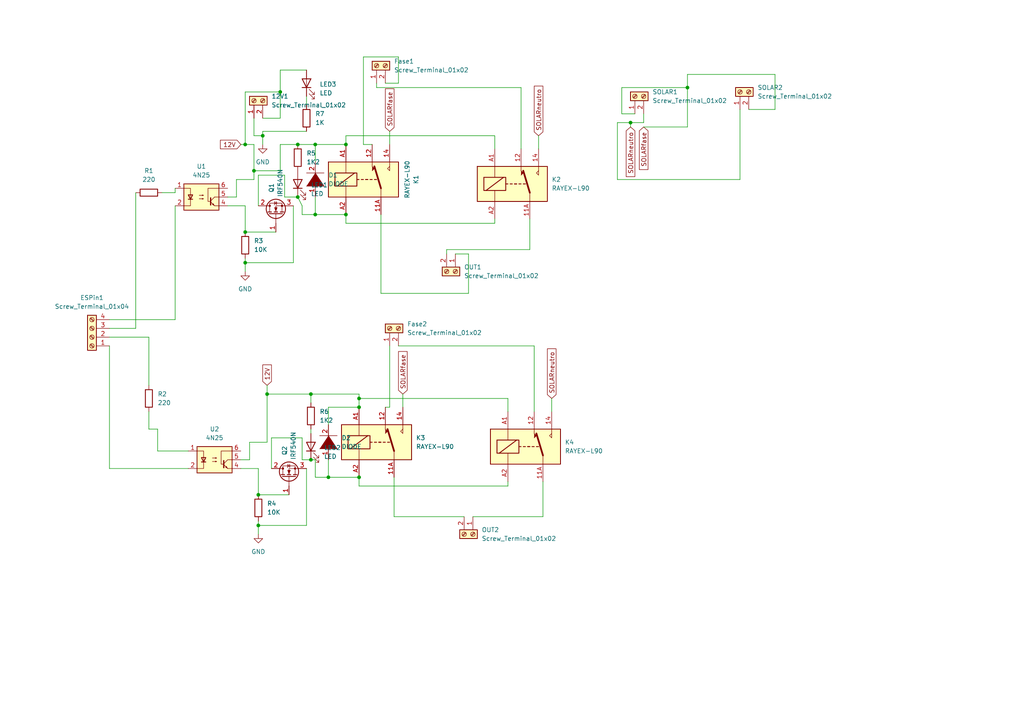
<source format=kicad_sch>
(kicad_sch (version 20230121) (generator eeschema)
  (paper "A4")
  (lib_symbols
    (symbol "Connector:Screw_Terminal_01x02" (pin_names (offset 1.016) hide)
      (property "Reference" "J" (at 0 2.54 0))
      (property "Value" "Screw_Terminal_01x02" (at 0 -5.08 0))
      (symbol "Screw_Terminal_01x02_1_1"
        (rectangle (start -1.27 1.27) (end 1.27 -3.81) (stroke (width 0.254)) (fill (type background)))
        (circle (center 0 -2.54) (radius 0.635) (stroke (width 0.1524)))
        (polyline (pts (xy -0.5334 -2.2098) (xy 0.3302 -3.048)) (stroke (width 0.1524)))
        (polyline (pts (xy -0.5334 0.3302) (xy 0.3302 -0.508)) (stroke (width 0.1524)))
        (polyline (pts (xy -0.3556 -2.032) (xy 0.508 -2.8702)) (stroke (width 0.1524)))
        (polyline (pts (xy -0.3556 0.508) (xy 0.508 -0.3302)) (stroke (width 0.1524)))
        (circle (center 0 0) (radius 0.635) (stroke (width 0.1524)))
        (pin passive line (at -5.08 0 0) (length 3.81) (name "Pin_1") (number "1"))
        (pin passive line (at -5.08 -2.54 0) (length 3.81) (name "Pin_2") (number "2"))
      )
    )
    (symbol "Connector:Screw_Terminal_01x04" (pin_names (offset 1.016) hide)
      (property "Reference" "J" (at 0 5.08 0))
      (property "Value" "Screw_Terminal_01x04" (at 0 -7.62 0))
      (symbol "Screw_Terminal_01x04_1_1"
        (rectangle (start -1.27 3.81) (end 1.27 -6.35) (stroke (width 0.254)) (fill (type background)))
        (circle (center 0 -5.08) (radius 0.635) (stroke (width 0.1524)))
        (circle (center 0 -2.54) (radius 0.635) (stroke (width 0.1524)))
        (polyline (pts (xy -0.5334 -4.7498) (xy 0.3302 -5.588)) (stroke (width 0.1524)))
        (polyline (pts (xy -0.5334 -2.2098) (xy 0.3302 -3.048)) (stroke (width 0.1524)))
        (polyline (pts (xy -0.5334 0.3302) (xy 0.3302 -0.508)) (stroke (width 0.1524)))
        (polyline (pts (xy -0.5334 2.8702) (xy 0.3302 2.032)) (stroke (width 0.1524)))
        (polyline (pts (xy -0.3556 -4.572) (xy 0.508 -5.4102)) (stroke (width 0.1524)))
        (polyline (pts (xy -0.3556 -2.032) (xy 0.508 -2.8702)) (stroke (width 0.1524)))
        (polyline (pts (xy -0.3556 0.508) (xy 0.508 -0.3302)) (stroke (width 0.1524)))
        (polyline (pts (xy -0.3556 3.048) (xy 0.508 2.2098)) (stroke (width 0.1524)))
        (circle (center 0 0) (radius 0.635) (stroke (width 0.1524)))
        (circle (center 0 2.54) (radius 0.635) (stroke (width 0.1524)))
        (pin passive line (at -5.08 2.54 0) (length 3.81) (name "Pin_1") (number "1"))
        (pin passive line (at -5.08 0 0) (length 3.81) (name "Pin_2") (number "2"))
        (pin passive line (at -5.08 -2.54 0) (length 3.81) (name "Pin_3") (number "3"))
        (pin passive line (at -5.08 -5.08 0) (length 3.81) (name "Pin_4") (number "4"))
      )
    )
    (symbol "Device:LED" (pin_numbers hide) (pin_names (offset 1.016) hide)
      (property "Reference" "D" (at 0 2.54 0))
      (property "Value" "LED" (at 0 -2.54 0))
      (symbol "LED_0_1"
        (polyline (pts (xy -1.27 -1.27) (xy -1.27 1.27)) (stroke (width 0.254)))
        (polyline (pts (xy -1.27 0) (xy 1.27 0)))
        (polyline (pts (xy 1.27 -1.27) (xy 1.27 1.27) (xy -1.27 0) (xy 1.27 -1.27)) (stroke (width 0.254)))
        (polyline (pts (xy -3.048 -0.762) (xy -4.572 -2.286) (xy -3.81 -2.286) (xy -4.572 -2.286) (xy -4.572 -1.524)))
        (polyline (pts (xy -1.778 -0.762) (xy -3.302 -2.286) (xy -2.54 -2.286) (xy -3.302 -2.286) (xy -3.302 -1.524)))
      )
      (symbol "LED_1_1"
        (pin passive line (at -3.81 0 0) (length 2.54) (name "K") (number "1"))
        (pin passive line (at 3.81 0 180) (length 2.54) (name "A") (number "2"))
      )
    )
    (symbol "Device:R" (pin_numbers hide) (pin_names (offset 0))
      (property "Reference" "R" (at 2.032 0 90))
      (property "Value" "R" (at 0 0 90))
      (symbol "R_0_1"
        (rectangle (start -1.016 -2.54) (end 1.016 2.54) (stroke (width 0.254)))
      )
      (symbol "R_1_1"
        (pin passive line (at 0 3.81 270) (length 1.27) (name "~") (number "1"))
        (pin passive line (at 0 -3.81 90) (length 1.27) (name "~") (number "2"))
      )
    )
    (symbol "Isolator:4N25" (pin_names (offset 1.016))
      (property "Reference" "U" (at -5.08 5.08 0))
      (property "Value" "4N25" (at 0 5.08 0))
      (symbol "4N25_0_1"
        (rectangle (start -5.08 3.81) (end 5.08 -3.81) (stroke (width 0.254)) (fill (type background)))
        (polyline (pts (xy -3.81 -0.635) (xy -2.54 -0.635)) (stroke (width 0.254)))
        (polyline (pts (xy 2.667 -1.397) (xy 3.81 -2.54)))
        (polyline (pts (xy 2.667 -1.143) (xy 3.81 0)))
        (polyline (pts (xy 3.81 -2.54) (xy 5.08 -2.54)))
        (polyline (pts (xy 3.81 0) (xy 5.08 0)))
        (polyline (pts (xy 2.667 -0.254) (xy 2.667 -2.286) (xy 2.667 -2.286)) (stroke (width 0.3556)))
        (polyline (pts (xy -5.08 -2.54) (xy -3.175 -2.54) (xy -3.175 2.54) (xy -5.08 2.54)))
        (polyline (pts (xy -3.175 -0.635) (xy -3.81 0.635) (xy -2.54 0.635) (xy -3.175 -0.635)) (stroke (width 0.254)))
        (polyline (pts (xy 3.683 -2.413) (xy 3.429 -1.905) (xy 3.175 -2.159) (xy 3.683 -2.413)))
        (polyline (pts (xy 5.08 2.54) (xy 1.905 2.54) (xy 1.905 -1.27) (xy 2.54 -1.27)))
        (polyline (pts (xy -0.635 -0.508) (xy 0.635 -0.508) (xy 0.254 -0.635) (xy 0.254 -0.381) (xy 0.635 -0.508)))
        (polyline (pts (xy -0.635 0.508) (xy 0.635 0.508) (xy 0.254 0.381) (xy 0.254 0.635) (xy 0.635 0.508)))
      )
      (symbol "4N25_1_1"
        (pin passive line (at -7.62 2.54 0) (length 2.54) (name "~") (number "1"))
        (pin passive line (at -7.62 -2.54 0) (length 2.54) (name "~") (number "2"))
        (pin no_connect line (at -5.08 0 0) (length 2.54) hide (name "NC") (number "3"))
        (pin passive line (at 7.62 -2.54 180) (length 2.54) (name "~") (number "4"))
        (pin passive line (at 7.62 0 180) (length 2.54) (name "~") (number "5"))
        (pin passive line (at 7.62 2.54 180) (length 2.54) (name "~") (number "6"))
      )
    )
    (symbol "Relay:RAYEX-L90"
      (property "Reference" "K" (at 11.43 3.81 0))
      (property "Value" "RAYEX-L90" (at 11.43 1.27 0))
      (symbol "RAYEX-L90_1_0"
        (polyline (pts (xy 2.54 3.81) (xy 2.54 5.08)))
        (polyline (pts (xy 7.62 3.81) (xy 7.62 5.08)))
        (polyline (pts (xy 7.62 3.81) (xy 7.62 2.54) (xy 6.985 3.175) (xy 7.62 3.81)))
      )
      (symbol "RAYEX-L90_1_1"
        (rectangle (start -10.16 5.08) (end 10.16 -5.08) (stroke (width 0.254)) (fill (type background)))
        (rectangle (start -8.255 1.905) (end -1.905 -1.905) (stroke (width 0.254)))
        (polyline (pts (xy -7.62 -1.905) (xy -2.54 1.905)) (stroke (width 0.254)))
        (polyline (pts (xy -5.08 -5.08) (xy -5.08 -1.905)))
        (polyline (pts (xy -5.08 5.08) (xy -5.08 1.905)))
        (polyline (pts (xy -1.905 0) (xy -1.27 0)) (stroke (width 0.254)))
        (polyline (pts (xy -0.635 0) (xy 0 0)) (stroke (width 0.254)))
        (polyline (pts (xy 0.635 0) (xy 1.27 0)) (stroke (width 0.254)))
        (polyline (pts (xy 0.635 0) (xy 1.27 0)) (stroke (width 0.254)))
        (polyline (pts (xy 1.905 0) (xy 2.54 0)) (stroke (width 0.254)))
        (polyline (pts (xy 3.175 0) (xy 3.81 0)) (stroke (width 0.254)))
        (polyline (pts (xy 5.08 -2.54) (xy 3.175 3.81)) (stroke (width 0.508)))
        (polyline (pts (xy 5.08 -2.54) (xy 5.08 -5.08)))
        (polyline (pts (xy 2.54 2.54) (xy 3.175 3.175) (xy 2.54 3.81)) (fill (type outline)))
        (pin passive line (at 5.08 -10.16 90) (length 5.08) (name "~") (number "11A"))
        (pin passive line (at 5.08 -10.16 90) (length 5.08) hide (name "~") (number "11B"))
        (pin passive line (at 2.54 10.16 270) (length 5.08) (name "~") (number "12"))
        (pin passive line (at 7.62 10.16 270) (length 5.08) (name "~") (number "14"))
        (pin passive line (at -5.08 10.16 270) (length 5.08) (name "~") (number "A1"))
        (pin passive line (at -5.08 -10.16 90) (length 5.08) (name "~") (number "A2"))
      )
    )
    (symbol "Transistor_FET:IRF540N" (pin_names hide)
      (property "Reference" "Q" (at 6.35 1.905 0))
      (property "Value" "IRF540N" (at 6.35 0 0))
      (symbol "IRF540N_0_1"
        (polyline (pts (xy 0.254 0) (xy -2.54 0)))
        (polyline (pts (xy 0.254 1.905) (xy 0.254 -1.905)) (stroke (width 0.254)))
        (polyline (pts (xy 0.762 -1.27) (xy 0.762 -2.286)) (stroke (width 0.254)))
        (polyline (pts (xy 0.762 0.508) (xy 0.762 -0.508)) (stroke (width 0.254)))
        (polyline (pts (xy 0.762 2.286) (xy 0.762 1.27)) (stroke (width 0.254)))
        (polyline (pts (xy 2.54 2.54) (xy 2.54 1.778)))
        (polyline (pts (xy 2.54 -2.54) (xy 2.54 0) (xy 0.762 0)))
        (polyline (pts (xy 0.762 -1.778) (xy 3.302 -1.778) (xy 3.302 1.778) (xy 0.762 1.778)))
        (polyline (pts (xy 1.016 0) (xy 2.032 0.381) (xy 2.032 -0.381) (xy 1.016 0)) (fill (type outline)))
        (polyline (pts (xy 2.794 0.508) (xy 2.921 0.381) (xy 3.683 0.381) (xy 3.81 0.254)))
        (polyline (pts (xy 3.302 0.381) (xy 2.921 -0.254) (xy 3.683 -0.254) (xy 3.302 0.381)))
        (circle (center 1.651 0) (radius 2.794) (stroke (width 0.254)))
        (circle (center 2.54 -1.778) (radius 0.254) (fill (type outline)))
        (circle (center 2.54 1.778) (radius 0.254) (fill (type outline)))
      )
      (symbol "IRF540N_1_1"
        (pin input line (at -5.08 0 0) (length 2.54) (name "G") (number "1"))
        (pin passive line (at 2.54 5.08 270) (length 2.54) (name "D") (number "2"))
        (pin passive line (at 2.54 -5.08 90) (length 2.54) (name "S") (number "3"))
      )
    )
    (symbol "power:GND" (power) (pin_names (offset 0))
      (property "Value" "GND" (at 0 -3.81 0))
      (symbol "GND_0_1"
        (polyline (pts (xy 0 0) (xy 0 -1.27) (xy 1.27 -1.27) (xy 0 -2.54) (xy -1.27 -1.27) (xy 0 -1.27)))
      )
      (symbol "GND_1_1"
        (pin power_in line (at 0 0 270) (length 0) hide (name "GND") (number "1"))
      )
    )
    (symbol "pspice:DIODE" (pin_names (offset 1.016) hide)
      (property "Reference" "D" (at 0 3.81 0))
      (property "Value" "DIODE" (at 0 -4.445 0))
      (symbol "DIODE_0_1"
        (polyline (pts (xy 1.905 2.54) (xy 1.905 -2.54)))
        (polyline (pts (xy -1.905 2.54) (xy -1.905 -2.54) (xy 1.905 0)) (fill (type outline)))
      )
      (symbol "DIODE_1_1"
        (pin input line (at -5.08 0 0) (length 3.81) (name "K") (number "1"))
        (pin input line (at 5.08 0 180) (length 3.81) (name "A") (number "2"))
      )
    )
  )
  (junction (at 74.93 152.4))
  (junction (at 71.12 67.31))
  (junction (at 104.14 115.57))
  (junction (at 71.12 76.2))
  (junction (at 77.47 114.3))
  (junction (at 86.36 41.91))
  (junction (at 90.17 133.35))
  (junction (at 100.33 62.23))
  (junction (at 74.93 143.51))
  (junction (at 90.17 114.3))
  (junction (at 71.12 41.91))
  (junction (at 91.44 62.23))
  (junction (at 91.44 41.91))
  (junction (at 95.25 138.43))
  (junction (at 104.14 118.11))
  (junction (at 81.28 26.67))
  (junction (at 76.2 39.37))
  (junction (at 104.14 138.43))
  (junction (at 182.88 35.56))
  (junction (at 199.39 25.4))
  (junction (at 86.36 57.15))
  (junction (at 100.33 41.91))
  (junction (at 73.66 49.53))
  (wire (pts (xy 104.14 118.11) (xy 95.25 118.11)))
  (wire (pts (xy 77.47 128.27) (xy 72.39 128.27)))
  (wire (pts (xy 129.54 72.39) (xy 153.67 72.39)))
  (wire (pts (xy 71.12 76.2) (xy 85.09 76.2)))
  (wire (pts (xy 156.21 39.37) (xy 156.21 43.18)))
  (wire (pts (xy 73.66 49.53) (xy 73.66 52.07)))
  (wire (pts (xy 224.79 21.59) (xy 199.39 21.59)))
  (wire (pts (xy 199.39 21.59) (xy 199.39 25.4)))
  (wire (pts (xy 137.16 149.86) (xy 157.48 149.86)))
  (wire (pts (xy 31.75 100.33) (xy 31.75 135.89)))
  (wire (pts (xy 81.28 41.91) (xy 81.28 49.53)))
  (wire (pts (xy 73.66 52.07) (xy 68.58 52.07)))
  (wire (pts (xy 31.75 95.25) (xy 39.37 95.25)))
  (wire (pts (xy 39.37 95.25) (xy 39.37 55.88)))
  (wire (pts (xy 95.25 133.35) (xy 95.25 138.43)))
  (wire (pts (xy 85.09 59.69) (xy 85.09 76.2)))
  (wire (pts (xy 91.44 138.43) (xy 91.44 133.35)))
  (wire (pts (xy 104.14 138.43) (xy 95.25 138.43)))
  (wire (pts (xy 186.69 35.56) (xy 182.88 35.56)))
  (wire (pts (xy 73.66 41.91) (xy 73.66 49.53)))
  (wire (pts (xy 154.94 100.33) (xy 154.94 119.38)))
  (wire (pts (xy 87.63 133.35) (xy 90.17 133.35)))
  (wire (pts (xy 105.41 16.51) (xy 105.41 41.91)))
  (wire (pts (xy 91.44 41.91) (xy 91.44 46.99)))
  (wire (pts (xy 143.51 39.37) (xy 100.33 39.37)))
  (wire (pts (xy 91.44 57.15) (xy 91.44 62.23)))
  (wire (pts (xy 109.22 24.13) (xy 109.22 25.4)))
  (wire (pts (xy 91.44 133.35) (xy 90.17 133.35)))
  (wire (pts (xy 74.93 152.4) (xy 74.93 154.94)))
  (wire (pts (xy 143.51 63.5) (xy 143.51 64.77)))
  (wire (pts (xy 129.54 73.66) (xy 129.54 72.39)))
  (wire (pts (xy 147.32 115.57) (xy 147.32 119.38)))
  (wire (pts (xy 147.32 140.97) (xy 104.14 140.97)))
  (wire (pts (xy 45.72 124.46) (xy 43.18 124.46)))
  (wire (pts (xy 69.85 135.89) (xy 74.93 135.89)))
  (wire (pts (xy 224.79 31.75) (xy 224.79 21.59)))
  (wire (pts (xy 77.47 111.76) (xy 77.47 114.3)))
  (wire (pts (xy 104.14 115.57) (xy 104.14 118.11)))
  (wire (pts (xy 151.13 25.4) (xy 151.13 43.18)))
  (wire (pts (xy 81.28 20.32) (xy 88.9 20.32)))
  (wire (pts (xy 71.12 26.67) (xy 71.12 41.91)))
  (wire (pts (xy 91.44 138.43) (xy 95.25 138.43)))
  (wire (pts (xy 88.9 27.94) (xy 88.9 30.48)))
  (wire (pts (xy 143.51 39.37) (xy 143.51 43.18)))
  (wire (pts (xy 88.9 135.89) (xy 88.9 152.4)))
  (wire (pts (xy 135.89 85.09) (xy 110.49 85.09)))
  (wire (pts (xy 90.17 124.46) (xy 90.17 125.73)))
  (wire (pts (xy 78.74 127) (xy 78.74 135.89)))
  (wire (pts (xy 69.85 41.91) (xy 71.12 41.91)))
  (wire (pts (xy 50.8 55.88) (xy 50.8 54.61)))
  (wire (pts (xy 104.14 140.97) (xy 104.14 138.43)))
  (wire (pts (xy 86.36 41.91) (xy 91.44 41.91)))
  (wire (pts (xy 111.76 24.13) (xy 115.57 24.13)))
  (wire (pts (xy 115.57 100.33) (xy 154.94 100.33)))
  (wire (pts (xy 74.93 151.13) (xy 74.93 152.4)))
  (wire (pts (xy 157.48 139.7) (xy 157.48 149.86)))
  (wire (pts (xy 82.55 50.8) (xy 74.93 50.8)))
  (wire (pts (xy 31.75 135.89) (xy 54.61 135.89)))
  (wire (pts (xy 179.07 35.56) (xy 182.88 35.56)))
  (wire (pts (xy 186.69 33.02) (xy 186.69 35.56)))
  (wire (pts (xy 199.39 36.83) (xy 186.69 36.83)))
  (wire (pts (xy 114.3 149.86) (xy 134.62 149.86)))
  (wire (pts (xy 72.39 133.35) (xy 69.85 133.35)))
  (wire (pts (xy 115.57 24.13) (xy 115.57 16.51)))
  (wire (pts (xy 72.39 128.27) (xy 72.39 133.35)))
  (wire (pts (xy 77.47 114.3) (xy 77.47 128.27)))
  (wire (pts (xy 81.28 26.67) (xy 81.28 20.32)))
  (wire (pts (xy 73.66 39.37) (xy 76.2 39.37)))
  (wire (pts (xy 87.63 62.23) (xy 91.44 62.23)))
  (wire (pts (xy 132.08 73.66) (xy 135.89 73.66)))
  (wire (pts (xy 113.03 100.33) (xy 113.03 118.11)))
  (wire (pts (xy 113.03 38.1) (xy 113.03 41.91)))
  (wire (pts (xy 71.12 41.91) (xy 73.66 41.91)))
  (wire (pts (xy 114.3 138.43) (xy 114.3 149.86)))
  (wire (pts (xy 43.18 119.38) (xy 43.18 124.46)))
  (wire (pts (xy 160.02 115.57) (xy 160.02 119.38)))
  (wire (pts (xy 100.33 41.91) (xy 91.44 41.91)))
  (wire (pts (xy 180.34 25.4) (xy 199.39 25.4)))
  (wire (pts (xy 54.61 130.81) (xy 45.72 130.81)))
  (wire (pts (xy 87.63 127) (xy 87.63 133.35)))
  (wire (pts (xy 182.88 35.56) (xy 182.88 36.83)))
  (wire (pts (xy 76.2 39.37) (xy 76.2 41.91)))
  (wire (pts (xy 81.28 41.91) (xy 86.36 41.91)))
  (wire (pts (xy 95.25 118.11) (xy 95.25 123.19)))
  (wire (pts (xy 217.17 31.75) (xy 224.79 31.75)))
  (wire (pts (xy 153.67 63.5) (xy 153.67 72.39)))
  (wire (pts (xy 116.84 114.3) (xy 116.84 118.11)))
  (wire (pts (xy 76.2 34.29) (xy 81.28 34.29)))
  (wire (pts (xy 147.32 115.57) (xy 104.14 115.57)))
  (wire (pts (xy 113.03 118.11) (xy 111.76 118.11)))
  (wire (pts (xy 110.49 62.23) (xy 110.49 85.09)))
  (wire (pts (xy 100.33 62.23) (xy 91.44 62.23)))
  (wire (pts (xy 68.58 52.07) (xy 68.58 57.15)))
  (wire (pts (xy 88.9 38.1) (xy 76.2 38.1)))
  (wire (pts (xy 81.28 49.53) (xy 73.66 49.53)))
  (wire (pts (xy 71.12 74.93) (xy 71.12 76.2)))
  (wire (pts (xy 71.12 59.69) (xy 71.12 67.31)))
  (wire (pts (xy 90.17 114.3) (xy 104.14 114.3)))
  (wire (pts (xy 74.93 143.51) (xy 83.82 143.51)))
  (wire (pts (xy 74.93 135.89) (xy 74.93 143.51)))
  (wire (pts (xy 143.51 64.77) (xy 100.33 64.77)))
  (wire (pts (xy 77.47 114.3) (xy 90.17 114.3)))
  (wire (pts (xy 199.39 25.4) (xy 199.39 36.83)))
  (wire (pts (xy 74.93 50.8) (xy 74.93 59.69)))
  (wire (pts (xy 115.57 16.51) (xy 105.41 16.51)))
  (wire (pts (xy 68.58 57.15) (xy 66.04 57.15)))
  (wire (pts (xy 180.34 33.02) (xy 184.15 33.02)))
  (wire (pts (xy 31.75 97.79) (xy 43.18 97.79)))
  (wire (pts (xy 81.28 34.29) (xy 81.28 26.67)))
  (wire (pts (xy 214.63 52.07) (xy 179.07 52.07)))
  (wire (pts (xy 46.99 55.88) (xy 50.8 55.88)))
  (wire (pts (xy 45.72 130.81) (xy 45.72 124.46)))
  (wire (pts (xy 86.36 57.15) (xy 82.55 57.15)))
  (wire (pts (xy 105.41 41.91) (xy 107.95 41.91)))
  (wire (pts (xy 74.93 152.4) (xy 88.9 152.4)))
  (wire (pts (xy 179.07 52.07) (xy 179.07 35.56)))
  (wire (pts (xy 66.04 59.69) (xy 71.12 59.69)))
  (wire (pts (xy 82.55 57.15) (xy 82.55 50.8)))
  (wire (pts (xy 71.12 67.31) (xy 80.01 67.31)))
  (wire (pts (xy 50.8 92.71) (xy 50.8 59.69)))
  (wire (pts (xy 180.34 33.02) (xy 180.34 25.4)))
  (wire (pts (xy 31.75 92.71) (xy 50.8 92.71)))
  (wire (pts (xy 104.14 114.3) (xy 104.14 115.57)))
  (wire (pts (xy 76.2 38.1) (xy 76.2 39.37)))
  (wire (pts (xy 100.33 64.77) (xy 100.33 62.23)))
  (wire (pts (xy 43.18 97.79) (xy 43.18 111.76)))
  (wire (pts (xy 73.66 34.29) (xy 73.66 39.37)))
  (wire (pts (xy 87.63 62.23) (xy 87.63 59.69)))
  (wire (pts (xy 100.33 39.37) (xy 100.33 41.91)))
  (wire (pts (xy 109.22 25.4) (xy 151.13 25.4)))
  (wire (pts (xy 90.17 114.3) (xy 90.17 116.84)))
  (wire (pts (xy 135.89 73.66) (xy 135.89 85.09)))
  (wire (pts (xy 81.28 26.67) (xy 71.12 26.67)))
  (wire (pts (xy 87.63 59.69) (xy 86.36 57.15)))
  (wire (pts (xy 214.63 31.75) (xy 214.63 52.07)))
  (wire (pts (xy 78.74 127) (xy 87.63 127)))
  (wire (pts (xy 147.32 139.7) (xy 147.32 140.97)))
  (wire (pts (xy 71.12 78.74) (xy 71.12 76.2)))
  (global_label "SOLARneutro" (shape input) (at 156.21 39.37 90) (property "Intersheetrefs" "${INTERSHEET_REFS}" (effects hide)))
  (global_label "12V" (shape input) (at 77.47 111.76 90) (property "Intersheetrefs" "${INTERSHEET_REFS}" (effects hide)))
  (global_label "SOLARfase" (shape input) (at 186.69 36.83 270) (property "Intersheetrefs" "${INTERSHEET_REFS}" (effects hide)))
  (global_label "SOLARfase" (shape input) (at 113.03 38.1 90) (property "Intersheetrefs" "${INTERSHEET_REFS}" (effects hide)))
  (global_label "SOLARfase" (shape input) (at 116.84 114.3 90) (property "Intersheetrefs" "${INTERSHEET_REFS}" (effects hide)))
  (global_label "SOLARneutro" (shape input) (at 160.02 115.57 90) (property "Intersheetrefs" "${INTERSHEET_REFS}" (effects hide)))
  (global_label "SOLARneutro" (shape input) (at 182.88 36.83 270) (property "Intersheetrefs" "${INTERSHEET_REFS}" (effects hide)))
  (global_label "12V" (shape input) (at 69.85 41.91 180) (property "Intersheetrefs" "${INTERSHEET_REFS}" (effects hide)))
  (symbol (lib_id "Connector:Screw_Terminal_01x04") (at 26.67 97.79 180) (unit 1)
    (property "Reference" "ESPin1" (at 26.67 86.36 0))
    (property "Value" "Screw_Terminal_01x04" (at 26.67 88.9 0))
    (property "Footprint" "TerminalBlock_Phoenix:TerminalBlock_Phoenix_MPT-0,5-4-2.54_1x04_P2.54mm_Horizontal" (effects hide))
  )
  (symbol (lib_id "Connector:Screw_Terminal_01x02") (at 73.66 29.21 90) (unit 1)
    (property "Reference" "12V1" (at 78.74 27.9399 90) (effects (justify right)))
    (property "Value" "Screw_Terminal_01x02" (at 78.74 30.4799 90) (effects (justify right)))
    (property "Footprint" "TerminalBlock_Phoenix:TerminalBlock_Phoenix_MKDS-1,5-2-5.08_1x02_P5.08mm_Horizontal" (effects hide))
  )
  (symbol (lib_id "Relay:RAYEX-L90") (at 148.59 53.34 0) (unit 1)
    (property "Reference" "K2" (at 160.02 52.0699 0) (effects (justify left)))
    (property "Value" "RAYEX-L90" (at 160.02 54.6099 0) (effects (justify left)))
    (property "Footprint" "Relay_THT:Relay_SPDT_RAYEX-L90" (effects hide))
    (property "Datasheet" "https://a3.sofastcdn.com/attachment/7jioKBjnRiiSrjrjknRiwS77gwbf3zmp/L90-SERIES.pdf" (effects hide))
  )
  (symbol (lib_id "Connector:Screw_Terminal_01x02") (at 109.22 19.05 90) (unit 1)
    (property "Reference" "Fase1" (at 114.3 17.7799 90) (effects (justify right)))
    (property "Value" "Screw_Terminal_01x02" (at 114.3 20.3199 90) (effects (justify right)))
    (property "Footprint" "TerminalBlock_MetzConnect:TerminalBlock_MetzConnect_Type067_RT01902HDWC_1x02_P10.00mm_Horizontal" (effects hide))
  )
  (symbol (lib_id "Device:LED") (at 90.17 129.54 90) (unit 1)
    (property "Reference" "LED2" (at 93.98 129.8574 90) (effects (justify right)))
    (property "Value" "LED" (at 93.98 132.3974 90) (effects (justify right)))
    (property "Footprint" "LED_THT:LED_D5.0mm" (effects hide))
  )
  (symbol (lib_id "Connector:Screw_Terminal_01x02") (at 184.15 27.94 90) (unit 1)
    (property "Reference" "SOLAR1" (at 189.23 26.6699 90) (effects (justify right)))
    (property "Value" "Screw_Terminal_01x02" (at 189.23 29.2099 90) (effects (justify right)))
    (property "Footprint" "TerminalBlock_MetzConnect:TerminalBlock_MetzConnect_Type067_RT01902HDWC_1x02_P10.00mm_Horizontal" (effects hide))
  )
  (symbol (lib_id "Transistor_FET:IRF540N") (at 83.82 138.43 90) (unit 1)
    (property "Reference" "Q2" (at 82.55 132.08 0) (effects (justify left)))
    (property "Value" "IRF540N" (at 85.09 133.35 0) (effects (justify left)))
    (property "Footprint" "Package_TO_SOT_THT:TO-220-3_Vertical" (effects hide))
    (property "Datasheet" "http://www.irf.com/product-info/datasheets/data/irf540n.pdf" (effects hide))
  )
  (symbol (lib_id "power:GND") (at 76.2 41.91 0) (unit 1)
    (property "Reference" "#PWR0101" (effects hide))
    (property "Value" "GND" (at 76.2 46.99 0))
  )
  (symbol (lib_id "Relay:RAYEX-L90") (at 152.4 129.54 0) (unit 1)
    (property "Reference" "K4" (at 163.83 128.2699 0) (effects (justify left)))
    (property "Value" "RAYEX-L90" (at 163.83 130.8099 0) (effects (justify left)))
    (property "Footprint" "Relay_THT:Relay_SPDT_RAYEX-L90" (effects hide))
    (property "Datasheet" "https://a3.sofastcdn.com/attachment/7jioKBjnRiiSrjrjknRiwS77gwbf3zmp/L90-SERIES.pdf" (effects hide))
  )
  (symbol (lib_id "Device:R") (at 74.93 147.32 0) (unit 1)
    (property "Reference" "R4" (at 77.47 146.0499 0) (effects (justify left)))
    (property "Value" "10K" (at 77.47 148.5899 0) (effects (justify left)))
    (property "Footprint" "Resistor_THT:R_Axial_DIN0411_L9.9mm_D3.6mm_P5.08mm_Vertical" (effects hide))
  )
  (symbol (lib_id "pspice:DIODE") (at 95.25 128.27 90) (unit 1)
    (property "Reference" "D2" (at 99.06 126.9999 90) (effects (justify right)))
    (property "Value" "DIODE" (at 99.06 129.5399 90) (effects (justify right)))
    (property "Footprint" "Diode_THT:D_DO-201AD_P5.08mm_Vertical_AnodeUp" (effects hide))
  )
  (symbol (lib_id "Device:R") (at 43.18 115.57 0) (unit 1)
    (property "Reference" "R2" (at 45.72 114.2999 0) (effects (justify left)))
    (property "Value" "220" (at 45.72 116.8399 0) (effects (justify left)))
    (property "Footprint" "Resistor_THT:R_Axial_DIN0207_L6.3mm_D2.5mm_P7.62mm_Horizontal" (effects hide))
  )
  (symbol (lib_id "power:GND") (at 74.93 154.94 0) (unit 1)
    (property "Reference" "#PWR0102" (effects hide))
    (property "Value" "GND" (at 74.93 160.02 0))
  )
  (symbol (lib_id "Isolator:4N25") (at 62.23 133.35 0) (unit 1)
    (property "Reference" "U2" (at 62.23 124.46 0))
    (property "Value" "4N25" (at 62.23 127 0))
    (property "Footprint" "Package_DIP:DIP-6_W7.62mm" (effects hide))
    (property "Datasheet" "https://www.vishay.com/docs/83725/4n25.pdf" (effects hide))
  )
  (symbol (lib_id "Device:R") (at 71.12 71.12 0) (unit 1)
    (property "Reference" "R3" (at 73.66 69.8499 0) (effects (justify left)))
    (property "Value" "10K" (at 73.66 72.3899 0) (effects (justify left)))
    (property "Footprint" "Resistor_THT:R_Axial_DIN0411_L9.9mm_D3.6mm_P5.08mm_Vertical" (effects hide))
  )
  (symbol (lib_id "Connector:Screw_Terminal_01x02") (at 137.16 154.94 270) (unit 1)
    (property "Reference" "OUT2" (at 139.7 153.6699 90) (effects (justify left)))
    (property "Value" "Screw_Terminal_01x02" (at 139.7 156.2099 90) (effects (justify left)))
    (property "Footprint" "TerminalBlock_MetzConnect:TerminalBlock_MetzConnect_Type067_RT01902HDWC_1x02_P10.00mm_Horizontal" (effects hide))
  )
  (symbol (lib_id "Transistor_FET:IRF540N") (at 80.01 62.23 90) (unit 1)
    (property "Reference" "Q1" (at 78.74 55.88 0) (effects (justify left)))
    (property "Value" "IRF540N" (at 81.28 57.15 0) (effects (justify left)))
    (property "Footprint" "Package_TO_SOT_THT:TO-220-3_Vertical" (effects hide))
    (property "Datasheet" "http://www.irf.com/product-info/datasheets/data/irf540n.pdf" (effects hide))
  )
  (symbol (lib_id "pspice:DIODE") (at 91.44 52.07 90) (unit 1)
    (property "Reference" "D1" (at 95.25 50.7999 90) (effects (justify right)))
    (property "Value" "DIODE" (at 95.25 53.3399 90) (effects (justify right)))
    (property "Footprint" "Diode_THT:D_DO-201AD_P5.08mm_Vertical_AnodeUp" (effects hide))
  )
  (symbol (lib_id "Relay:RAYEX-L90") (at 105.41 52.07 0) (unit 1)
    (property "Reference" "K1" (at 120.65 52.07 90))
    (property "Value" "RAYEX-L90" (at 118.11 52.07 90))
    (property "Footprint" "Relay_THT:Relay_SPDT_RAYEX-L90" (effects hide))
    (property "Datasheet" "https://a3.sofastcdn.com/attachment/7jioKBjnRiiSrjrjknRiwS77gwbf3zmp/L90-SERIES.pdf" (effects hide))
  )
  (symbol (lib_id "Device:R") (at 88.9 34.29 180) (unit 1)
    (property "Reference" "R7" (at 91.44 33.0199 0) (effects (justify right)))
    (property "Value" "1K" (at 91.44 35.5599 0) (effects (justify right)))
    (property "Footprint" "Resistor_THT:R_Axial_DIN0207_L6.3mm_D2.5mm_P2.54mm_Vertical" (effects hide))
  )
  (symbol (lib_id "Connector:Screw_Terminal_01x02") (at 132.08 78.74 270) (unit 1)
    (property "Reference" "OUT1" (at 134.62 77.4699 90) (effects (justify left)))
    (property "Value" "Screw_Terminal_01x02" (at 134.62 80.0099 90) (effects (justify left)))
    (property "Footprint" "TerminalBlock_MetzConnect:TerminalBlock_MetzConnect_Type067_RT01902HDWC_1x02_P10.00mm_Horizontal" (effects hide))
  )
  (symbol (lib_id "Device:LED") (at 86.36 53.34 90) (unit 1)
    (property "Reference" "LED1" (at 90.17 53.6574 90) (effects (justify right)))
    (property "Value" "LED" (at 90.17 56.1974 90) (effects (justify right)))
    (property "Footprint" "LED_THT:LED_D5.0mm" (effects hide))
  )
  (symbol (lib_id "Device:R") (at 90.17 120.65 0) (unit 1)
    (property "Reference" "R6" (at 92.71 119.3799 0) (effects (justify left)))
    (property "Value" "1K2" (at 92.71 121.9199 0) (effects (justify left)))
    (property "Footprint" "Resistor_THT:R_Axial_DIN0207_L6.3mm_D2.5mm_P2.54mm_Vertical" (effects hide))
  )
  (symbol (lib_id "Device:R") (at 86.36 45.72 0) (unit 1)
    (property "Reference" "R5" (at 88.9 44.4499 0) (effects (justify left)))
    (property "Value" "1K2" (at 88.9 46.9899 0) (effects (justify left)))
    (property "Footprint" "Resistor_THT:R_Axial_DIN0207_L6.3mm_D2.5mm_P2.54mm_Vertical" (effects hide))
  )
  (symbol (lib_id "Isolator:4N25") (at 58.42 57.15 0) (unit 1)
    (property "Reference" "U1" (at 58.42 48.26 0))
    (property "Value" "4N25" (at 58.42 50.8 0))
    (property "Footprint" "Package_DIP:DIP-6_W7.62mm" (effects hide))
    (property "Datasheet" "https://www.vishay.com/docs/83725/4n25.pdf" (effects hide))
  )
  (symbol (lib_id "Device:R") (at 43.18 55.88 90) (unit 1)
    (property "Reference" "R1" (at 43.18 49.53 90))
    (property "Value" "220" (at 43.18 52.07 90))
    (property "Footprint" "Resistor_THT:R_Axial_DIN0207_L6.3mm_D2.5mm_P7.62mm_Horizontal" (effects hide))
  )
  (symbol (lib_id "power:GND") (at 71.12 78.74 0) (unit 1)
    (property "Reference" "#PWR0104" (effects hide))
    (property "Value" "GND" (at 71.12 83.82 0))
  )
  (symbol (lib_id "Connector:Screw_Terminal_01x02") (at 214.63 26.67 90) (unit 1)
    (property "Reference" "SOLAR2" (at 219.71 25.3999 90) (effects (justify right)))
    (property "Value" "Screw_Terminal_01x02" (at 219.71 27.9399 90) (effects (justify right)))
    (property "Footprint" "TerminalBlock_MetzConnect:TerminalBlock_MetzConnect_Type067_RT01902HDWC_1x02_P10.00mm_Horizontal" (effects hide))
  )
  (symbol (lib_id "Connector:Screw_Terminal_01x02") (at 113.03 95.25 90) (unit 1)
    (property "Reference" "Fase2" (at 118.11 93.9799 90) (effects (justify right)))
    (property "Value" "Screw_Terminal_01x02" (at 118.11 96.5199 90) (effects (justify right)))
    (property "Footprint" "TerminalBlock_MetzConnect:TerminalBlock_MetzConnect_Type067_RT01902HDWC_1x02_P10.00mm_Horizontal" (effects hide))
  )
  (symbol (lib_id "Relay:RAYEX-L90") (at 109.22 128.27 0) (unit 1)
    (property "Reference" "K3" (at 120.65 126.9999 0) (effects (justify left)))
    (property "Value" "RAYEX-L90" (at 120.65 129.5399 0) (effects (justify left)))
    (property "Footprint" "Relay_THT:Relay_SPDT_RAYEX-L90" (effects hide))
    (property "Datasheet" "https://a3.sofastcdn.com/attachment/7jioKBjnRiiSrjrjknRiwS77gwbf3zmp/L90-SERIES.pdf" (effects hide))
  )
  (symbol (lib_id "Device:LED") (at 88.9 24.13 90) (unit 1)
    (property "Reference" "LED3" (at 92.71 24.4474 90) (effects (justify right)))
    (property "Value" "LED" (at 92.71 26.9874 90) (effects (justify right)))
    (property "Footprint" "LED_THT:LED_D5.0mm" (effects hide))
  )
)
</source>
